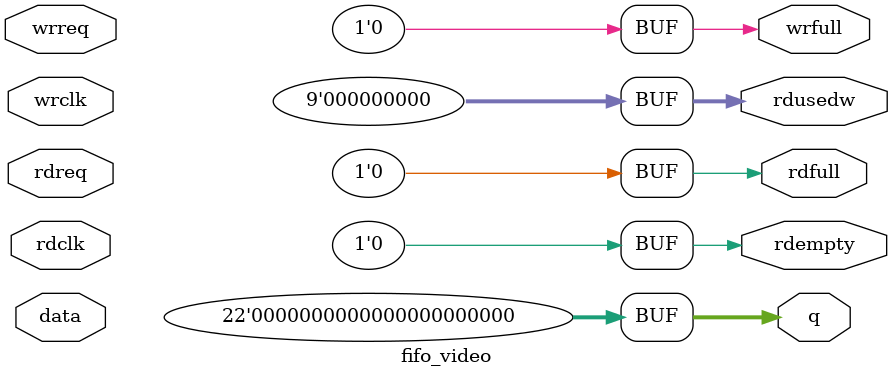
<source format=v>
module fifo_video(	// file.cleaned.mlir:2:3
  input  [21:0] data,	// file.cleaned.mlir:2:28
  input         rdclk,	// file.cleaned.mlir:2:44
                rdreq,	// file.cleaned.mlir:2:60
                wrclk,	// file.cleaned.mlir:2:76
                wrreq,	// file.cleaned.mlir:2:92
  output [21:0] q,	// file.cleaned.mlir:2:109
  output        rdempty,	// file.cleaned.mlir:2:122
                rdfull,	// file.cleaned.mlir:2:140
  output [8:0]  rdusedw,	// file.cleaned.mlir:2:157
  output        wrfull	// file.cleaned.mlir:2:175
);

  assign q = 22'h0;	// file.cleaned.mlir:3:15, :6:5
  assign rdempty = 1'h0;	// file.cleaned.mlir:4:14, :6:5
  assign rdfull = 1'h0;	// file.cleaned.mlir:4:14, :6:5
  assign rdusedw = 9'h0;	// file.cleaned.mlir:5:14, :6:5
  assign wrfull = 1'h0;	// file.cleaned.mlir:4:14, :6:5
endmodule


</source>
